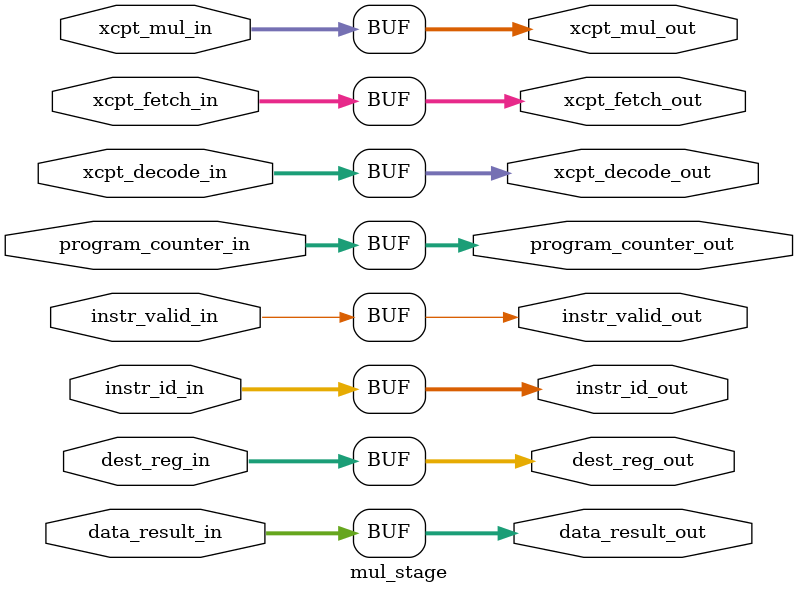
<source format=v>
module mul_stage (
	instr_valid_in,
	instr_id_in,
	program_counter_in,
	dest_reg_in,
	data_result_in,
	xcpt_fetch_in,
	xcpt_decode_in,
	xcpt_mul_in,
	instr_valid_out,
	instr_id_out,
	program_counter_out,
	dest_reg_out,
	data_result_out,
	xcpt_fetch_out,
	xcpt_decode_out,
	xcpt_mul_out
);
	input wire instr_valid_in;
	input wire [2:0] instr_id_in;
	input wire [31:0] program_counter_in;
	input wire [4:0] dest_reg_in;
	input wire [31:0] data_result_in;
	input wire [65:0] xcpt_fetch_in;
	input wire [32:0] xcpt_decode_in;
	input wire [32:0] xcpt_mul_in;
	output reg instr_valid_out;
	output reg [2:0] instr_id_out;
	output reg [31:0] program_counter_out;
	output reg [4:0] dest_reg_out;
	output reg [31:0] data_result_out;
	output reg [65:0] xcpt_fetch_out;
	output reg [32:0] xcpt_decode_out;
	output reg [32:0] xcpt_mul_out;
	always @(*) begin
		instr_valid_out = instr_valid_in;
		instr_id_out = instr_id_in;
		program_counter_out = program_counter_in;
		dest_reg_out = dest_reg_in;
		data_result_out = data_result_in;
		xcpt_fetch_out = xcpt_fetch_in;
		xcpt_decode_out = xcpt_decode_in;
		xcpt_mul_out = xcpt_mul_in;
	end
endmodule

</source>
